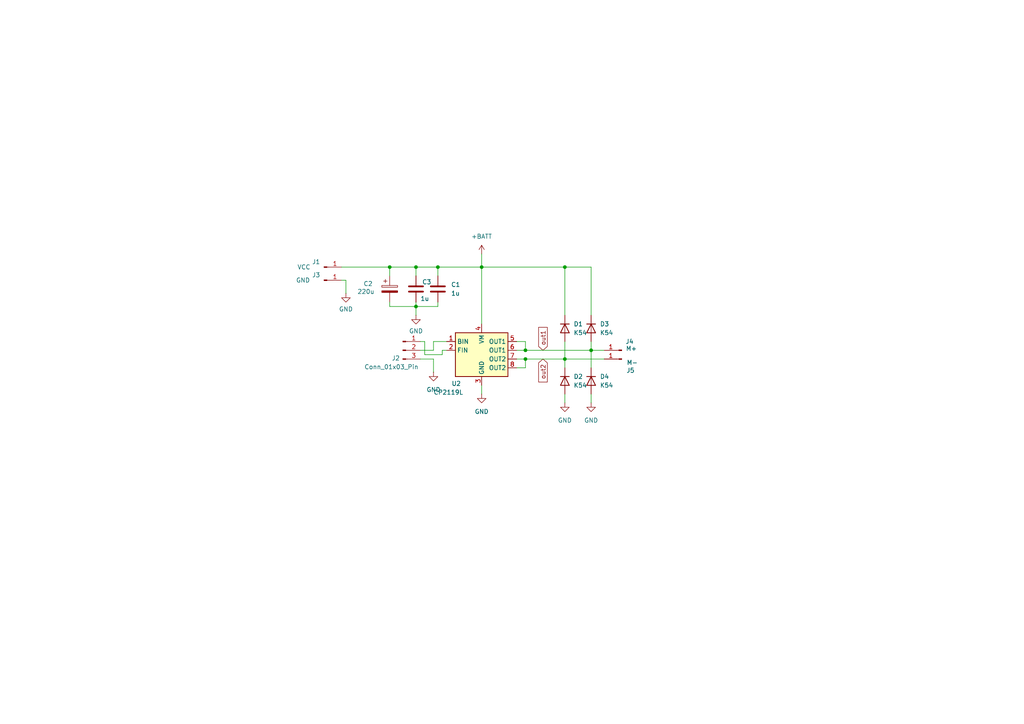
<source format=kicad_sch>
(kicad_sch (version 20231120) (generator "eeschema") (generator_version "8.0")
  (paper "A4")
  (lib_symbols
    (symbol "CP2119L_1"
      (property "Reference" "U2" (at -7.366 -9.652 0))
      (property "Value" "CP2119L" (at -9.652 -12.192 0))
      (symbol "CP2119L_1_0_1"
        (rectangle (start -7.62 5.08) (end 7.62 -7.62) (stroke (width 0.254)) (fill (type background)))
      )
      (symbol "CP2119L_1_1_0"
        (pin output line (at 10.16 0 180) (length 2.54) (name "OUT1") (number "6"))
        (pin output line (at 10.16 -2.54 180) (length 2.54) (name "OUT2") (number "7"))
        (pin output line (at 10.16 -5.08 180) (length 2.54) (name "OUT2") (number "8"))
      )
      (symbol "CP2119L_1_1_1"
        (pin input line (at -10.16 2.54 0) (length 2.54) (name "BIN") (number "1"))
        (pin input line (at -10.16 0 0) (length 2.54) (name "FIN") (number "2"))
        (pin power_in line (at 0 -10.16 90) (length 2.54) (name "GND") (number "3"))
        (pin power_in line (at 0 7.62 270) (length 2.54) (name "VM") (number "4"))
        (pin output line (at 10.16 2.54 180) (length 2.54) (name "OUT1") (number "5"))
      )
    )
    (symbol "Connector:Conn_01x01_Pin" (pin_names (offset 1.016) hide)
      (property "Reference" "J" (at 0 2.54 0))
      (property "Value" "Conn_01x01_Pin" (at 0 -2.54 0))
      (symbol "Conn_01x01_Pin_1_1"
        (polyline (pts (xy 1.27 0) (xy 0.8636 0)) (stroke (width 0.1524)))
        (rectangle (start 0.8636 0.127) (end 0 -0.127) (stroke (width 0.1524)) (fill (type outline)))
        (pin passive line (at 5.08 0 180) (length 3.81) (name "Pin_1") (number "1"))
      )
    )
    (symbol "Connector:Conn_01x03_Pin" (pin_names (offset 1.016) hide)
      (property "Reference" "J" (at 0 5.08 0))
      (property "Value" "Conn_01x03_Pin" (at 0 -5.08 0))
      (symbol "Conn_01x03_Pin_1_1"
        (polyline (pts (xy 1.27 -2.54) (xy 0.8636 -2.54)) (stroke (width 0.1524)))
        (polyline (pts (xy 1.27 0) (xy 0.8636 0)) (stroke (width 0.1524)))
        (polyline (pts (xy 1.27 2.54) (xy 0.8636 2.54)) (stroke (width 0.1524)))
        (rectangle (start 0.8636 -2.413) (end 0 -2.667) (stroke (width 0.1524)) (fill (type outline)))
        (rectangle (start 0.8636 0.127) (end 0 -0.127) (stroke (width 0.1524)) (fill (type outline)))
        (rectangle (start 0.8636 2.667) (end 0 2.413) (stroke (width 0.1524)) (fill (type outline)))
        (pin passive line (at 5.08 2.54 180) (length 3.81) (name "Pin_1") (number "1"))
        (pin passive line (at 5.08 0 180) (length 3.81) (name "Pin_2") (number "2"))
        (pin passive line (at 5.08 -2.54 180) (length 3.81) (name "Pin_3") (number "3"))
      )
    )
    (symbol "Device:C" (pin_numbers hide) (pin_names (offset 0.254))
      (property "Reference" "C" (at 0.635 2.54 0))
      (property "Value" "C" (at 0.635 -2.54 0))
      (symbol "C_0_1"
        (polyline (pts (xy -2.032 -0.762) (xy 2.032 -0.762)) (stroke (width 0.508)))
        (polyline (pts (xy -2.032 0.762) (xy 2.032 0.762)) (stroke (width 0.508)))
      )
      (symbol "C_1_1"
        (pin passive line (at 0 3.81 270) (length 2.794) (name "~") (number "1"))
        (pin passive line (at 0 -3.81 90) (length 2.794) (name "~") (number "2"))
      )
    )
    (symbol "Device:C_Polarized" (pin_numbers hide) (pin_names (offset 0.254))
      (property "Reference" "C" (at 0.635 2.54 0))
      (property "Value" "C_Polarized" (at 0.635 -2.54 0))
      (symbol "C_Polarized_0_1"
        (rectangle (start -2.286 0.508) (end 2.286 1.016))
        (polyline (pts (xy -1.778 2.286) (xy -0.762 2.286)))
        (polyline (pts (xy -1.27 2.794) (xy -1.27 1.778)))
        (rectangle (start 2.286 -0.508) (end -2.286 -1.016) (fill (type outline)))
      )
      (symbol "C_Polarized_1_1"
        (pin passive line (at 0 3.81 270) (length 2.794) (name "~") (number "1"))
        (pin passive line (at 0 -3.81 90) (length 2.794) (name "~") (number "2"))
      )
    )
    (symbol "Device:D" (pin_numbers hide) (pin_names (offset 1.016) hide)
      (property "Reference" "D" (at 0 2.54 0))
      (property "Value" "D" (at 0 -2.54 0))
      (symbol "D_0_1"
        (polyline (pts (xy -1.27 1.27) (xy -1.27 -1.27)) (stroke (width 0.254)))
        (polyline (pts (xy 1.27 0) (xy -1.27 0)))
        (polyline (pts (xy 1.27 1.27) (xy 1.27 -1.27) (xy -1.27 0) (xy 1.27 1.27)) (stroke (width 0.254)))
      )
      (symbol "D_1_1"
        (pin passive line (at -3.81 0 0) (length 2.54) (name "K") (number "1"))
        (pin passive line (at 3.81 0 180) (length 2.54) (name "A") (number "2"))
      )
    )
    (symbol "power:+BATT" (power) (pin_numbers hide) (pin_names (offset 0) hide)
      (property "Value" "+BATT" (at 0 3.556 0))
      (symbol "+BATT_0_1"
        (polyline (pts (xy -0.762 1.27) (xy 0 2.54)))
        (polyline (pts (xy 0 0) (xy 0 2.54)))
        (polyline (pts (xy 0 2.54) (xy 0.762 1.27)))
      )
      (symbol "+BATT_1_1"
        (pin power_in line (at 0 0 90) (length 0) (name "~") (number "1"))
      )
    )
    (symbol "power:GND" (power) (pin_numbers hide) (pin_names (offset 0) hide)
      (property "Value" "GND" (at 0 -3.81 0))
      (symbol "GND_0_1"
        (polyline (pts (xy 0 0) (xy 0 -1.27) (xy 1.27 -1.27) (xy 0 -2.54) (xy -1.27 -1.27) (xy 0 -1.27)))
      )
      (symbol "GND_1_1"
        (pin power_in line (at 0 0 270) (length 0) (name "~") (number "1"))
      )
    )
  )
  (junction (at 120.65 77.47))
  (junction (at 139.7 77.47))
  (junction (at 171.45 101.6))
  (junction (at 113.03 77.47))
  (junction (at 120.65 88.9))
  (junction (at 163.83 104.14))
  (junction (at 127 77.47))
  (junction (at 163.83 77.47))
  (junction (at 152.4 104.14))
  (junction (at 152.4 101.6))
  (wire (pts (xy 99.06 81.28) (xy 100.33 81.28)))
  (wire (pts (xy 149.86 99.06) (xy 152.4 99.06)))
  (wire (pts (xy 163.83 77.47) (xy 163.83 91.44)))
  (wire (pts (xy 128.27 101.6) (xy 129.54 101.6)))
  (wire (pts (xy 171.45 99.06) (xy 171.45 101.6)))
  (wire (pts (xy 163.83 114.3) (xy 163.83 116.84)))
  (wire (pts (xy 171.45 114.3) (xy 171.45 116.84)))
  (wire (pts (xy 152.4 106.68) (xy 152.4 104.14)))
  (wire (pts (xy 127 77.47) (xy 127 80.01)))
  (wire (pts (xy 121.92 104.14) (xy 125.73 104.14)))
  (wire (pts (xy 120.65 77.47) (xy 127 77.47)))
  (wire (pts (xy 139.7 111.76) (xy 139.7 114.3)))
  (wire (pts (xy 113.03 77.47) (xy 120.65 77.47)))
  (wire (pts (xy 171.45 101.6) (xy 175.26 101.6)))
  (wire (pts (xy 163.83 104.14) (xy 175.26 104.14)))
  (wire (pts (xy 120.65 88.9) (xy 113.03 88.9)))
  (wire (pts (xy 128.27 102.87) (xy 128.27 101.6)))
  (wire (pts (xy 139.7 77.47) (xy 163.83 77.47)))
  (wire (pts (xy 125.73 101.6) (xy 125.73 99.06)))
  (wire (pts (xy 149.86 104.14) (xy 152.4 104.14)))
  (wire (pts (xy 113.03 80.01) (xy 113.03 77.47)))
  (wire (pts (xy 127 77.47) (xy 139.7 77.47)))
  (wire (pts (xy 149.86 101.6) (xy 152.4 101.6)))
  (wire (pts (xy 163.83 77.47) (xy 171.45 77.47)))
  (wire (pts (xy 120.65 88.9) (xy 127 88.9)))
  (wire (pts (xy 127 88.9) (xy 127 87.63)))
  (wire (pts (xy 139.7 73.66) (xy 139.7 77.47)))
  (wire (pts (xy 163.83 104.14) (xy 163.83 106.68)))
  (wire (pts (xy 120.65 87.63) (xy 120.65 88.9)))
  (wire (pts (xy 123.19 102.87) (xy 128.27 102.87)))
  (wire (pts (xy 149.86 106.68) (xy 152.4 106.68)))
  (wire (pts (xy 125.73 104.14) (xy 125.73 107.95)))
  (wire (pts (xy 125.73 99.06) (xy 129.54 99.06)))
  (wire (pts (xy 152.4 101.6) (xy 171.45 101.6)))
  (wire (pts (xy 123.19 99.06) (xy 123.19 102.87)))
  (wire (pts (xy 120.65 77.47) (xy 120.65 80.01)))
  (wire (pts (xy 152.4 104.14) (xy 163.83 104.14)))
  (wire (pts (xy 163.83 99.06) (xy 163.83 104.14)))
  (wire (pts (xy 171.45 77.47) (xy 171.45 91.44)))
  (wire (pts (xy 121.92 99.06) (xy 123.19 99.06)))
  (wire (pts (xy 120.65 88.9) (xy 120.65 91.44)))
  (wire (pts (xy 113.03 88.9) (xy 113.03 87.63)))
  (wire (pts (xy 139.7 77.47) (xy 139.7 93.98)))
  (wire (pts (xy 100.33 81.28) (xy 100.33 85.09)))
  (wire (pts (xy 152.4 101.6) (xy 152.4 99.06)))
  (wire (pts (xy 121.92 101.6) (xy 125.73 101.6)))
  (wire (pts (xy 99.06 77.47) (xy 113.03 77.47)))
  (wire (pts (xy 171.45 101.6) (xy 171.45 106.68)))
  (global_label "out1" (shape input) (at 157.48 101.6 90) (property "Intersheetrefs" "${INTERSHEET_REFS}" (effects (hide yes))))
  (global_label "out2" (shape input) (at 157.48 104.14 270) (property "Intersheetrefs" "${INTERSHEET_REFS}" (effects (hide yes))))
  (symbol (lib_id "Device:C") (at 127 83.82 0) (unit 1)
    (property "Reference" "C1" (at 130.81 82.5499 0) (effects (justify left)))
    (property "Value" "1u" (at 130.81 85.0899 0) (effects (justify left)))
    (property "Footprint" "Capacitor_SMD:C_0603_1608Metric_Pad1.08x0.95mm_HandSolder" (effects (hide yes)))
    (property "Description" "Unpolarized capacitor" (effects (hide yes)))
  )
  (symbol (lib_id "Connector:Conn_01x01_Pin") (at 180.34 104.14 180) (unit 1)
    (property "Reference" "J5" (at 182.88 107.442 0))
    (property "Value" "M-" (at 183.388 105.156 0))
    (property "Footprint" "Mareks_footprints:Oval_tht_hand_solder_bigger" (effects (hide yes)))
    (property "Description" "Generic connector, single row, 01x01, script generated" (effects (hide yes)))
  )
  (symbol (lib_id "power:GND") (at 100.33 85.09 0) (unit 1)
    (property "Reference" "#PWR01" (effects (hide yes)))
    (property "Value" "GND" (at 100.33 89.662 0))
    (property "Description" "Power symbol creates a global label with name \"GND\" , ground" (effects (hide yes)))
  )
  (symbol (lib_name "CP2119L_1") (lib_id "Mareks_symbols:CP2119L") (at 139.7 101.6 0) (unit 1)
    (property "Reference" "U2" (at 132.334 111.252 0))
    (property "Value" "CP2119L" (at 130.048 113.792 0))
    (property "Footprint" "Package_SO:SOP-8_3.9x4.9mm_P1.27mm" (effects (hide yes)))
    (property "Datasheet" "https://lcsc.com/datasheet/lcsc_datasheet_2504101957_XBLW-CP2119LDTR-XBLW_C42395498.pdf" (effects (hide yes)))
    (property "Description" "Brushed DC Motor Driver, PWM Control, 18V, 5A" (effects (hide yes)))
  )
  (symbol (lib_id "Device:D") (at 171.45 95.25 270) (unit 1)
    (property "Reference" "D3" (at 173.99 93.9799 90) (effects (justify left)))
    (property "Value" "K54" (at 173.99 96.5199 90) (effects (justify left)))
    (property "Footprint" "Diode_SMD:D_SOD-123F" (effects (hide yes)))
    (property "Datasheet" "https://lcsc.com/datasheet/lcsc_datasheet_2412061650_GOODWORK-K54_C22439057.pdf" (effects (hide yes)))
    (property "Description" "Diode" (effects (hide yes)))
    (property "Sim.Device" "D" (effects (hide yes)))
    (property "Sim.Pins" "1=K 2=A" (effects (hide yes)))
  )
  (symbol (lib_id "power:GND") (at 171.45 116.84 0) (unit 1)
    (property "Reference" "#PWR06" (effects (hide yes)))
    (property "Value" "GND" (at 171.45 121.92 0))
    (property "Description" "Power symbol creates a global label with name \"GND\" , ground" (effects (hide yes)))
  )
  (symbol (lib_id "power:+BATT") (at 139.7 73.66 0) (unit 1)
    (property "Reference" "#PWR07" (effects (hide yes)))
    (property "Value" "+BATT" (at 139.7 68.58 0))
    (property "Description" "Power symbol creates a global label with name \"+BATT\"" (effects (hide yes)))
  )
  (symbol (lib_id "power:GND") (at 120.65 91.44 0) (unit 1)
    (property "Reference" "#PWR03" (effects (hide yes)))
    (property "Value" "GND" (at 120.65 96.012 0))
    (property "Description" "Power symbol creates a global label with name \"GND\" , ground" (effects (hide yes)))
  )
  (symbol (lib_id "Connector:Conn_01x01_Pin") (at 93.98 81.28 0) (unit 1)
    (property "Reference" "J3" (at 91.694 79.756 0))
    (property "Value" "GND" (at 87.884 81.28 0))
    (property "Footprint" "Mareks_footprints:Oval_tht_hand_solder_bigger" (effects (hide yes)))
    (property "Description" "Generic connector, single row, 01x01, script generated" (effects (hide yes)))
  )
  (symbol (lib_id "Device:C") (at 120.65 83.82 0) (unit 1)
    (property "Reference" "C3" (at 122.428 81.788 0) (effects (justify left)))
    (property "Value" "1u" (at 121.92 86.614 0) (effects (justify left)))
    (property "Footprint" "Capacitor_SMD:C_0603_1608Metric_Pad1.08x0.95mm_HandSolder" (effects (hide yes)))
    (property "Description" "Unpolarized capacitor" (effects (hide yes)))
  )
  (symbol (lib_id "Device:D") (at 171.45 110.49 270) (unit 1)
    (property "Reference" "D4" (at 173.99 109.2199 90) (effects (justify left)))
    (property "Value" "K54" (at 173.99 111.7599 90) (effects (justify left)))
    (property "Footprint" "Diode_SMD:D_SOD-123F" (effects (hide yes)))
    (property "Datasheet" "https://lcsc.com/datasheet/lcsc_datasheet_2412061650_GOODWORK-K54_C22439057.pdf" (effects (hide yes)))
    (property "Description" "Diode" (effects (hide yes)))
    (property "Sim.Device" "D" (effects (hide yes)))
    (property "Sim.Pins" "1=K 2=A" (effects (hide yes)))
  )
  (symbol (lib_id "power:GND") (at 125.73 107.95 0) (unit 1)
    (property "Reference" "#PWR02" (effects (hide yes)))
    (property "Value" "GND" (at 125.73 113.03 0))
    (property "Description" "Power symbol creates a global label with name \"GND\" , ground" (effects (hide yes)))
  )
  (symbol (lib_id "Device:D") (at 163.83 95.25 270) (unit 1)
    (property "Reference" "D1" (at 166.37 93.9799 90) (effects (justify left)))
    (property "Value" "K54" (at 166.37 96.5199 90) (effects (justify left)))
    (property "Footprint" "Diode_SMD:D_SOD-123F" (effects (hide yes)))
    (property "Datasheet" "https://lcsc.com/datasheet/lcsc_datasheet_2412061650_GOODWORK-K54_C22439057.pdf" (effects (hide yes)))
    (property "Description" "Diode" (effects (hide yes)))
    (property "Sim.Device" "D" (effects (hide yes)))
    (property "Sim.Pins" "1=K 2=A" (effects (hide yes)))
  )
  (symbol (lib_id "Device:D") (at 163.83 110.49 270) (unit 1)
    (property "Reference" "D2" (at 166.37 109.2199 90) (effects (justify left)))
    (property "Value" "K54" (at 166.37 111.7599 90) (effects (justify left)))
    (property "Footprint" "Diode_SMD:D_SOD-123F" (effects (hide yes)))
    (property "Datasheet" "https://lcsc.com/datasheet/lcsc_datasheet_2412061650_GOODWORK-K54_C22439057.pdf" (effects (hide yes)))
    (property "Description" "Diode" (effects (hide yes)))
    (property "Sim.Device" "D" (effects (hide yes)))
    (property "Sim.Pins" "1=K 2=A" (effects (hide yes)))
  )
  (symbol (lib_id "Connector:Conn_01x01_Pin") (at 180.34 101.6 180) (unit 1)
    (property "Reference" "J4" (at 182.626 99.06 0))
    (property "Value" "M+" (at 183.134 101.092 0))
    (property "Footprint" "Mareks_footprints:Oval_tht_hand_solder_bigger" (effects (hide yes)))
    (property "Description" "Generic connector, single row, 01x01, script generated" (effects (hide yes)))
  )
  (symbol (lib_id "Device:C_Polarized") (at 113.03 83.82 0) (unit 1)
    (property "Reference" "C2" (at 105.41 82.296 0) (effects (justify left)))
    (property "Value" "220u" (at 103.632 84.582 0) (effects (justify left)))
    (property "Footprint" "Capacitor_SMD:CP_Elec_6.3x7.7" (effects (hide yes)))
    (property "Description" "Polarized capacitor" (effects (hide yes)))
  )
  (symbol (lib_id "power:GND") (at 139.7 114.3 0) (unit 1)
    (property "Reference" "#PWR04" (effects (hide yes)))
    (property "Value" "GND" (at 139.7 119.38 0))
    (property "Description" "Power symbol creates a global label with name \"GND\" , ground" (effects (hide yes)))
  )
  (symbol (lib_id "power:GND") (at 163.83 116.84 0) (unit 1)
    (property "Reference" "#PWR05" (effects (hide yes)))
    (property "Value" "GND" (at 163.83 121.92 0))
    (property "Description" "Power symbol creates a global label with name \"GND\" , ground" (effects (hide yes)))
  )
  (symbol (lib_id "Connector:Conn_01x01_Pin") (at 93.98 77.47 0) (unit 1)
    (property "Reference" "J1" (at 91.694 75.946 0))
    (property "Value" "VCC" (at 88.138 77.47 0))
    (property "Footprint" "Mareks_footprints:Oval_tht_hand_solder_bigger" (effects (hide yes)))
    (property "Description" "Generic connector, single row, 01x01, script generated" (effects (hide yes)))
  )
  (symbol (lib_id "Connector:Conn_01x03_Pin") (at 116.84 101.6 0) (unit 1)
    (property "Reference" "J2" (at 114.808 103.886 0))
    (property "Value" "Conn_01x03_Pin" (at 113.538 106.426 0))
    (property "Footprint" "Connector_PinHeader_2.54mm:PinHeader_1x03_P2.54mm_Vertical" (effects (hide yes)))
    (property "Description" "Generic connector, single row, 01x03, script generated" (effects (hide yes)))
  )
)
</source>
